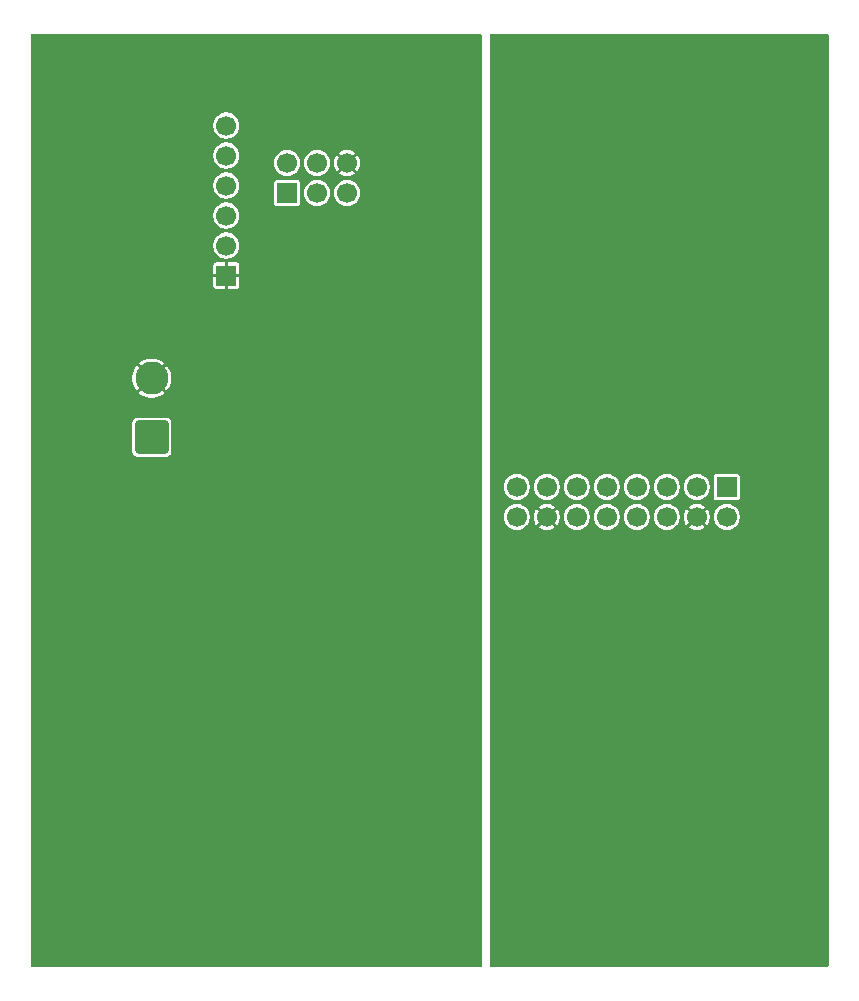
<source format=gbr>
%TF.GenerationSoftware,KiCad,Pcbnew,9.0.3-9.0.3-0~ubuntu24.04.1*%
%TF.CreationDate,2025-08-16T11:08:08-04:00*%
%TF.ProjectId,led-photodiode-avr,6c65642d-7068-46f7-946f-64696f64652d,rev?*%
%TF.SameCoordinates,Original*%
%TF.FileFunction,Copper,L2,Inr*%
%TF.FilePolarity,Positive*%
%FSLAX46Y46*%
G04 Gerber Fmt 4.6, Leading zero omitted, Abs format (unit mm)*
G04 Created by KiCad (PCBNEW 9.0.3-9.0.3-0~ubuntu24.04.1) date 2025-08-16 11:08:08*
%MOMM*%
%LPD*%
G01*
G04 APERTURE LIST*
G04 Aperture macros list*
%AMRoundRect*
0 Rectangle with rounded corners*
0 $1 Rounding radius*
0 $2 $3 $4 $5 $6 $7 $8 $9 X,Y pos of 4 corners*
0 Add a 4 corners polygon primitive as box body*
4,1,4,$2,$3,$4,$5,$6,$7,$8,$9,$2,$3,0*
0 Add four circle primitives for the rounded corners*
1,1,$1+$1,$2,$3*
1,1,$1+$1,$4,$5*
1,1,$1+$1,$6,$7*
1,1,$1+$1,$8,$9*
0 Add four rect primitives between the rounded corners*
20,1,$1+$1,$2,$3,$4,$5,0*
20,1,$1+$1,$4,$5,$6,$7,0*
20,1,$1+$1,$6,$7,$8,$9,0*
20,1,$1+$1,$8,$9,$2,$3,0*%
G04 Aperture macros list end*
%TA.AperFunction,ComponentPad*%
%ADD10R,1.700000X1.700000*%
%TD*%
%TA.AperFunction,ComponentPad*%
%ADD11C,1.700000*%
%TD*%
%TA.AperFunction,ComponentPad*%
%ADD12RoundRect,0.250001X1.149999X-1.149999X1.149999X1.149999X-1.149999X1.149999X-1.149999X-1.149999X0*%
%TD*%
%TA.AperFunction,ComponentPad*%
%ADD13C,2.800000*%
%TD*%
G04 APERTURE END LIST*
D10*
%TO.N,GND*%
%TO.C,J4*%
X133925000Y-78105000D03*
D11*
%TO.N,unconnected-(J4-Pin_2-Pad2)*%
X133925000Y-75565000D03*
%TO.N,Net-(J4-Pin_3)*%
X133925000Y-73025000D03*
%TO.N,/RXD*%
X133925000Y-70485000D03*
%TO.N,/TXD*%
X133925000Y-67945000D03*
%TO.N,unconnected-(J4-Pin_6-Pad6)*%
X133925000Y-65405000D03*
%TD*%
D12*
%TO.N,VBUS*%
%TO.C,J1*%
X127602500Y-91785000D03*
D13*
%TO.N,GND*%
X127602500Y-86785000D03*
%TD*%
D10*
%TO.N,/MISO*%
%TO.C,J3*%
X139065000Y-71125000D03*
D11*
%TO.N,VCC*%
X139065000Y-68585000D03*
%TO.N,/SCK*%
X141605000Y-71125000D03*
%TO.N,/MOSI*%
X141605000Y-68585000D03*
%TO.N,/~{RESET}*%
X144145000Y-71125000D03*
%TO.N,GND*%
X144145000Y-68585000D03*
%TD*%
D10*
%TO.N,/LED_driver/LED_1*%
%TO.C,J2*%
X176280000Y-96000000D03*
D11*
%TO.N,Net-(J2-Pin_2)*%
X176280000Y-98540000D03*
%TO.N,/LED_driver/LED_K*%
X173740000Y-96000000D03*
%TO.N,Earth*%
X173740000Y-98540000D03*
%TO.N,/LED_driver/LED_2*%
X171200000Y-96000000D03*
%TO.N,unconnected-(J2-Pin_6-Pad6)*%
X171200000Y-98540000D03*
%TO.N,/LED_driver/LED_K*%
X168660000Y-96000000D03*
%TO.N,unconnected-(J2-Pin_8-Pad8)*%
X168660000Y-98540000D03*
%TO.N,/LED_driver/LED_3*%
X166120000Y-96000000D03*
%TO.N,unconnected-(J2-Pin_10-Pad10)*%
X166120000Y-98540000D03*
%TO.N,/LED_driver/LED_K*%
X163580000Y-96000000D03*
%TO.N,unconnected-(J2-Pin_12-Pad12)*%
X163580000Y-98540000D03*
%TO.N,unconnected-(J2-Pin_13-Pad13)*%
X161040000Y-96000000D03*
%TO.N,Earth*%
X161040000Y-98540000D03*
%TO.N,unconnected-(J2-Pin_15-Pad15)*%
X158500000Y-96000000D03*
%TO.N,Net-(J2-Pin_16)*%
X158500000Y-98540000D03*
%TD*%
%TA.AperFunction,Conductor*%
%TO.N,GND*%
G36*
X155517121Y-57670502D02*
G01*
X155563614Y-57724158D01*
X155575000Y-57776500D01*
X155575000Y-136533500D01*
X155554998Y-136601621D01*
X155501342Y-136648114D01*
X155449000Y-136659500D01*
X117466500Y-136659500D01*
X117398379Y-136639498D01*
X117351886Y-136585842D01*
X117340500Y-136533500D01*
X117340500Y-90586733D01*
X125948000Y-90586733D01*
X125948000Y-92983266D01*
X125954458Y-93043335D01*
X125954459Y-93043340D01*
X125954460Y-93043341D01*
X126005158Y-93179267D01*
X126092096Y-93295404D01*
X126208233Y-93382342D01*
X126344159Y-93433040D01*
X126344162Y-93433040D01*
X126344164Y-93433041D01*
X126404233Y-93439499D01*
X126404241Y-93439499D01*
X126404246Y-93439500D01*
X126404250Y-93439500D01*
X128800750Y-93439500D01*
X128800754Y-93439500D01*
X128800759Y-93439499D01*
X128800766Y-93439499D01*
X128860835Y-93433041D01*
X128860836Y-93433040D01*
X128860841Y-93433040D01*
X128996767Y-93382342D01*
X129112904Y-93295404D01*
X129199842Y-93179267D01*
X129250540Y-93043341D01*
X129257000Y-92983254D01*
X129257000Y-90586746D01*
X129250540Y-90526659D01*
X129199842Y-90390733D01*
X129112904Y-90274596D01*
X128996767Y-90187658D01*
X128860841Y-90136960D01*
X128860840Y-90136959D01*
X128860835Y-90136958D01*
X128800766Y-90130500D01*
X128800754Y-90130500D01*
X126404246Y-90130500D01*
X126404233Y-90130500D01*
X126344164Y-90136958D01*
X126344159Y-90136960D01*
X126208233Y-90187658D01*
X126208232Y-90187658D01*
X126208231Y-90187659D01*
X126092096Y-90274596D01*
X126005159Y-90390731D01*
X125954458Y-90526664D01*
X125948000Y-90586733D01*
X117340500Y-90586733D01*
X117340500Y-86654830D01*
X125948500Y-86654830D01*
X125948500Y-86915169D01*
X125989227Y-87172314D01*
X126069678Y-87419913D01*
X126187875Y-87651888D01*
X126340901Y-87862510D01*
X126343142Y-87864751D01*
X126343144Y-87864751D01*
X127061936Y-87145958D01*
X127097612Y-87199351D01*
X127188149Y-87289888D01*
X127241540Y-87325562D01*
X126522748Y-88044355D01*
X126522748Y-88044357D01*
X126524989Y-88046598D01*
X126735611Y-88199624D01*
X126967586Y-88317821D01*
X127215185Y-88398272D01*
X127472330Y-88439000D01*
X127732670Y-88439000D01*
X127989814Y-88398272D01*
X128237413Y-88317821D01*
X128469388Y-88199624D01*
X128680008Y-88046599D01*
X128682251Y-88044356D01*
X128682250Y-88044354D01*
X127963458Y-87325562D01*
X128016851Y-87289888D01*
X128107388Y-87199351D01*
X128143062Y-87145958D01*
X128861854Y-87864750D01*
X128861856Y-87864751D01*
X128864099Y-87862508D01*
X129017124Y-87651888D01*
X129135321Y-87419913D01*
X129215772Y-87172314D01*
X129256500Y-86915169D01*
X129256500Y-86654830D01*
X129215772Y-86397685D01*
X129135321Y-86150086D01*
X129017124Y-85918111D01*
X128864098Y-85707489D01*
X128861857Y-85705248D01*
X128861855Y-85705248D01*
X128143062Y-86424040D01*
X128107388Y-86370649D01*
X128016851Y-86280112D01*
X127963458Y-86244436D01*
X128682251Y-85525644D01*
X128682251Y-85525642D01*
X128680010Y-85523401D01*
X128469388Y-85370375D01*
X128237413Y-85252178D01*
X127989814Y-85171727D01*
X127732670Y-85131000D01*
X127472330Y-85131000D01*
X127215185Y-85171727D01*
X126967586Y-85252178D01*
X126735611Y-85370375D01*
X126524994Y-85523398D01*
X126524989Y-85523403D01*
X126522747Y-85525643D01*
X127241541Y-86244436D01*
X127188149Y-86280112D01*
X127097612Y-86370649D01*
X127061937Y-86424041D01*
X126343143Y-85705247D01*
X126340903Y-85707489D01*
X126340898Y-85707494D01*
X126187875Y-85918111D01*
X126069678Y-86150086D01*
X125989227Y-86397685D01*
X125948500Y-86654830D01*
X117340500Y-86654830D01*
X117340500Y-77229977D01*
X132821000Y-77229977D01*
X132821000Y-77978000D01*
X133441392Y-77978000D01*
X133425000Y-78039174D01*
X133425000Y-78170826D01*
X133441392Y-78232000D01*
X132821001Y-78232000D01*
X132821001Y-78980022D01*
X132835737Y-79054105D01*
X132835737Y-79054107D01*
X132891875Y-79138124D01*
X132975893Y-79194262D01*
X132975894Y-79194263D01*
X133049980Y-79208999D01*
X133798000Y-79208999D01*
X133798000Y-78588608D01*
X133859174Y-78605000D01*
X133990826Y-78605000D01*
X134052000Y-78588608D01*
X134052000Y-79208999D01*
X134800014Y-79208999D01*
X134800022Y-79208998D01*
X134874105Y-79194262D01*
X134874107Y-79194262D01*
X134958124Y-79138124D01*
X135014262Y-79054106D01*
X135014263Y-79054105D01*
X135028999Y-78980022D01*
X135029000Y-78980015D01*
X135029000Y-78232000D01*
X134408608Y-78232000D01*
X134425000Y-78170826D01*
X134425000Y-78039174D01*
X134408608Y-77978000D01*
X135028999Y-77978000D01*
X135028999Y-77229986D01*
X135028998Y-77229977D01*
X135014262Y-77155894D01*
X135014262Y-77155892D01*
X134958124Y-77071875D01*
X134874106Y-77015737D01*
X134874105Y-77015736D01*
X134800022Y-77001000D01*
X134052000Y-77001000D01*
X134052000Y-77621391D01*
X133990826Y-77605000D01*
X133859174Y-77605000D01*
X133798000Y-77621391D01*
X133798000Y-77001000D01*
X133049986Y-77001000D01*
X133049976Y-77001001D01*
X132975894Y-77015737D01*
X132975892Y-77015737D01*
X132891875Y-77071875D01*
X132835737Y-77155893D01*
X132835736Y-77155894D01*
X132821000Y-77229977D01*
X117340500Y-77229977D01*
X117340500Y-75478074D01*
X132820500Y-75478074D01*
X132820500Y-75651926D01*
X132847697Y-75823638D01*
X132901420Y-75988981D01*
X132901421Y-75988982D01*
X132980349Y-76143887D01*
X133082536Y-76284535D01*
X133205464Y-76407463D01*
X133205467Y-76407465D01*
X133346116Y-76509653D01*
X133501019Y-76588580D01*
X133666362Y-76642303D01*
X133838074Y-76669500D01*
X133838077Y-76669500D01*
X134011923Y-76669500D01*
X134011926Y-76669500D01*
X134183638Y-76642303D01*
X134348981Y-76588580D01*
X134503884Y-76509653D01*
X134644533Y-76407465D01*
X134767465Y-76284533D01*
X134869653Y-76143884D01*
X134948580Y-75988981D01*
X135002303Y-75823638D01*
X135029500Y-75651926D01*
X135029500Y-75478074D01*
X135002303Y-75306362D01*
X134948580Y-75141019D01*
X134869653Y-74986116D01*
X134767465Y-74845467D01*
X134767463Y-74845464D01*
X134644535Y-74722536D01*
X134503887Y-74620349D01*
X134503886Y-74620348D01*
X134503884Y-74620347D01*
X134348981Y-74541420D01*
X134348978Y-74541419D01*
X134348976Y-74541418D01*
X134183642Y-74487698D01*
X134183640Y-74487697D01*
X134183638Y-74487697D01*
X134011926Y-74460500D01*
X133838074Y-74460500D01*
X133666362Y-74487697D01*
X133666360Y-74487697D01*
X133666357Y-74487698D01*
X133501023Y-74541418D01*
X133501017Y-74541421D01*
X133346112Y-74620349D01*
X133205464Y-74722536D01*
X133082536Y-74845464D01*
X132980349Y-74986112D01*
X132901421Y-75141017D01*
X132901418Y-75141023D01*
X132847698Y-75306357D01*
X132847697Y-75306360D01*
X132847697Y-75306362D01*
X132820500Y-75478074D01*
X117340500Y-75478074D01*
X117340500Y-72938074D01*
X132820500Y-72938074D01*
X132820500Y-73111926D01*
X132847697Y-73283638D01*
X132901420Y-73448981D01*
X132901421Y-73448982D01*
X132980349Y-73603887D01*
X133082536Y-73744535D01*
X133205464Y-73867463D01*
X133205467Y-73867465D01*
X133346116Y-73969653D01*
X133501019Y-74048580D01*
X133666362Y-74102303D01*
X133838074Y-74129500D01*
X133838077Y-74129500D01*
X134011923Y-74129500D01*
X134011926Y-74129500D01*
X134183638Y-74102303D01*
X134348981Y-74048580D01*
X134503884Y-73969653D01*
X134644533Y-73867465D01*
X134767465Y-73744533D01*
X134869653Y-73603884D01*
X134948580Y-73448981D01*
X135002303Y-73283638D01*
X135029500Y-73111926D01*
X135029500Y-72938074D01*
X135002303Y-72766362D01*
X134948580Y-72601019D01*
X134869653Y-72446116D01*
X134767465Y-72305467D01*
X134767463Y-72305464D01*
X134644535Y-72182536D01*
X134503887Y-72080349D01*
X134503886Y-72080348D01*
X134503884Y-72080347D01*
X134348981Y-72001420D01*
X134348978Y-72001419D01*
X134348976Y-72001418D01*
X134183642Y-71947698D01*
X134183640Y-71947697D01*
X134183638Y-71947697D01*
X134011926Y-71920500D01*
X133838074Y-71920500D01*
X133666362Y-71947697D01*
X133666360Y-71947697D01*
X133666357Y-71947698D01*
X133501023Y-72001418D01*
X133501017Y-72001421D01*
X133346112Y-72080349D01*
X133205464Y-72182536D01*
X133082536Y-72305464D01*
X132980349Y-72446112D01*
X132901421Y-72601017D01*
X132901418Y-72601023D01*
X132847698Y-72766357D01*
X132847697Y-72766360D01*
X132847697Y-72766362D01*
X132820500Y-72938074D01*
X117340500Y-72938074D01*
X117340500Y-70398074D01*
X132820500Y-70398074D01*
X132820500Y-70571926D01*
X132847697Y-70743638D01*
X132847698Y-70743642D01*
X132887570Y-70866357D01*
X132901420Y-70908981D01*
X132967198Y-71038077D01*
X132980349Y-71063887D01*
X133082536Y-71204535D01*
X133205464Y-71327463D01*
X133205467Y-71327465D01*
X133346116Y-71429653D01*
X133501019Y-71508580D01*
X133666362Y-71562303D01*
X133838074Y-71589500D01*
X133838077Y-71589500D01*
X134011923Y-71589500D01*
X134011926Y-71589500D01*
X134183638Y-71562303D01*
X134348981Y-71508580D01*
X134503884Y-71429653D01*
X134644533Y-71327465D01*
X134767465Y-71204533D01*
X134869653Y-71063884D01*
X134948580Y-70908981D01*
X135002303Y-70743638D01*
X135029500Y-70571926D01*
X135029500Y-70398074D01*
X135006036Y-70249930D01*
X137960500Y-70249930D01*
X137960500Y-72000063D01*
X137960501Y-72000073D01*
X137975265Y-72074300D01*
X138031516Y-72158484D01*
X138115697Y-72214733D01*
X138115699Y-72214734D01*
X138189933Y-72229500D01*
X139940066Y-72229499D01*
X139940069Y-72229498D01*
X139940073Y-72229498D01*
X139989326Y-72219701D01*
X140014301Y-72214734D01*
X140098484Y-72158484D01*
X140154734Y-72074301D01*
X140169500Y-72000067D01*
X140169499Y-71038074D01*
X140500500Y-71038074D01*
X140500500Y-71211926D01*
X140527697Y-71383638D01*
X140581420Y-71548981D01*
X140660347Y-71703884D01*
X140660349Y-71703887D01*
X140762536Y-71844535D01*
X140885464Y-71967463D01*
X140930342Y-72000069D01*
X141026116Y-72069653D01*
X141181019Y-72148580D01*
X141346362Y-72202303D01*
X141518074Y-72229500D01*
X141518077Y-72229500D01*
X141691923Y-72229500D01*
X141691926Y-72229500D01*
X141863638Y-72202303D01*
X142028981Y-72148580D01*
X142183884Y-72069653D01*
X142324533Y-71967465D01*
X142447465Y-71844533D01*
X142549653Y-71703884D01*
X142628580Y-71548981D01*
X142682303Y-71383638D01*
X142709500Y-71211926D01*
X142709500Y-71038074D01*
X143040500Y-71038074D01*
X143040500Y-71211926D01*
X143067697Y-71383638D01*
X143121420Y-71548981D01*
X143200347Y-71703884D01*
X143200349Y-71703887D01*
X143302536Y-71844535D01*
X143425464Y-71967463D01*
X143470342Y-72000069D01*
X143566116Y-72069653D01*
X143721019Y-72148580D01*
X143886362Y-72202303D01*
X144058074Y-72229500D01*
X144058077Y-72229500D01*
X144231923Y-72229500D01*
X144231926Y-72229500D01*
X144403638Y-72202303D01*
X144568981Y-72148580D01*
X144723884Y-72069653D01*
X144864533Y-71967465D01*
X144987465Y-71844533D01*
X145089653Y-71703884D01*
X145168580Y-71548981D01*
X145222303Y-71383638D01*
X145249500Y-71211926D01*
X145249500Y-71038074D01*
X145222303Y-70866362D01*
X145168580Y-70701019D01*
X145089653Y-70546116D01*
X144987465Y-70405467D01*
X144987463Y-70405464D01*
X144864535Y-70282536D01*
X144723887Y-70180349D01*
X144723886Y-70180348D01*
X144723884Y-70180347D01*
X144568981Y-70101420D01*
X144568978Y-70101419D01*
X144568976Y-70101418D01*
X144403642Y-70047698D01*
X144403640Y-70047697D01*
X144403638Y-70047697D01*
X144231926Y-70020500D01*
X144058074Y-70020500D01*
X143886362Y-70047697D01*
X143886360Y-70047697D01*
X143886357Y-70047698D01*
X143721023Y-70101418D01*
X143721017Y-70101421D01*
X143566112Y-70180349D01*
X143425464Y-70282536D01*
X143302536Y-70405464D01*
X143200349Y-70546112D01*
X143121421Y-70701017D01*
X143121418Y-70701023D01*
X143067698Y-70866357D01*
X143067697Y-70866360D01*
X143067697Y-70866362D01*
X143040500Y-71038074D01*
X142709500Y-71038074D01*
X142682303Y-70866362D01*
X142628580Y-70701019D01*
X142549653Y-70546116D01*
X142447465Y-70405467D01*
X142447463Y-70405464D01*
X142324535Y-70282536D01*
X142183887Y-70180349D01*
X142183886Y-70180348D01*
X142183884Y-70180347D01*
X142028981Y-70101420D01*
X142028978Y-70101419D01*
X142028976Y-70101418D01*
X141863642Y-70047698D01*
X141863640Y-70047697D01*
X141863638Y-70047697D01*
X141691926Y-70020500D01*
X141518074Y-70020500D01*
X141346362Y-70047697D01*
X141346360Y-70047697D01*
X141346357Y-70047698D01*
X141181023Y-70101418D01*
X141181017Y-70101421D01*
X141026112Y-70180349D01*
X140885464Y-70282536D01*
X140762536Y-70405464D01*
X140660349Y-70546112D01*
X140581421Y-70701017D01*
X140581418Y-70701023D01*
X140527698Y-70866357D01*
X140527697Y-70866360D01*
X140527697Y-70866362D01*
X140500500Y-71038074D01*
X140169499Y-71038074D01*
X140169499Y-70249934D01*
X140169498Y-70249930D01*
X140169498Y-70249926D01*
X140154734Y-70175699D01*
X140105102Y-70101421D01*
X140098484Y-70091516D01*
X140032907Y-70047698D01*
X140014302Y-70035266D01*
X139940067Y-70020500D01*
X138189936Y-70020500D01*
X138189926Y-70020501D01*
X138115699Y-70035265D01*
X138031515Y-70091516D01*
X137975266Y-70175697D01*
X137960500Y-70249930D01*
X135006036Y-70249930D01*
X135002303Y-70226362D01*
X135002301Y-70226357D01*
X134948581Y-70061023D01*
X134948580Y-70061019D01*
X134869653Y-69906116D01*
X134767465Y-69765467D01*
X134767463Y-69765464D01*
X134644535Y-69642536D01*
X134503887Y-69540349D01*
X134503886Y-69540348D01*
X134503884Y-69540347D01*
X134348981Y-69461420D01*
X134348978Y-69461419D01*
X134348976Y-69461418D01*
X134183642Y-69407698D01*
X134183640Y-69407697D01*
X134183638Y-69407697D01*
X134011926Y-69380500D01*
X133838074Y-69380500D01*
X133666362Y-69407697D01*
X133666360Y-69407697D01*
X133666357Y-69407698D01*
X133501023Y-69461418D01*
X133501017Y-69461421D01*
X133346112Y-69540349D01*
X133205464Y-69642536D01*
X133082536Y-69765464D01*
X132980349Y-69906112D01*
X132901421Y-70061017D01*
X132901418Y-70061023D01*
X132847698Y-70226357D01*
X132847698Y-70226358D01*
X132847697Y-70226362D01*
X132820500Y-70398074D01*
X117340500Y-70398074D01*
X117340500Y-67858074D01*
X132820500Y-67858074D01*
X132820500Y-68031926D01*
X132847697Y-68203638D01*
X132847698Y-68203642D01*
X132887570Y-68326357D01*
X132901420Y-68368981D01*
X132980347Y-68523884D01*
X132980349Y-68523887D01*
X133082536Y-68664535D01*
X133205464Y-68787463D01*
X133205467Y-68787465D01*
X133346116Y-68889653D01*
X133501019Y-68968580D01*
X133666362Y-69022303D01*
X133838074Y-69049500D01*
X133838077Y-69049500D01*
X134011923Y-69049500D01*
X134011926Y-69049500D01*
X134183638Y-69022303D01*
X134348981Y-68968580D01*
X134503884Y-68889653D01*
X134644533Y-68787465D01*
X134767465Y-68664533D01*
X134869653Y-68523884D01*
X134882804Y-68498074D01*
X137960500Y-68498074D01*
X137960500Y-68671926D01*
X137987697Y-68843638D01*
X138041420Y-69008981D01*
X138120347Y-69163884D01*
X138120349Y-69163887D01*
X138222536Y-69304535D01*
X138345464Y-69427463D01*
X138345467Y-69427465D01*
X138486116Y-69529653D01*
X138641019Y-69608580D01*
X138806362Y-69662303D01*
X138978074Y-69689500D01*
X138978077Y-69689500D01*
X139151923Y-69689500D01*
X139151926Y-69689500D01*
X139323638Y-69662303D01*
X139488981Y-69608580D01*
X139643884Y-69529653D01*
X139784533Y-69427465D01*
X139907465Y-69304533D01*
X140009653Y-69163884D01*
X140088580Y-69008981D01*
X140142303Y-68843638D01*
X140169500Y-68671926D01*
X140169500Y-68498074D01*
X140500500Y-68498074D01*
X140500500Y-68671926D01*
X140527697Y-68843638D01*
X140581420Y-69008981D01*
X140660347Y-69163884D01*
X140660349Y-69163887D01*
X140762536Y-69304535D01*
X140885464Y-69427463D01*
X140885467Y-69427465D01*
X141026116Y-69529653D01*
X141181019Y-69608580D01*
X141346362Y-69662303D01*
X141518074Y-69689500D01*
X141518077Y-69689500D01*
X141691923Y-69689500D01*
X141691926Y-69689500D01*
X141863638Y-69662303D01*
X142028981Y-69608580D01*
X142183884Y-69529653D01*
X142324533Y-69427465D01*
X142371498Y-69380500D01*
X142438160Y-69313839D01*
X142447460Y-69304538D01*
X142447463Y-69304535D01*
X142447465Y-69304533D01*
X142549653Y-69163884D01*
X142628580Y-69008981D01*
X142682303Y-68843638D01*
X142709500Y-68671926D01*
X142709500Y-68498116D01*
X143041000Y-68498116D01*
X143041000Y-68671883D01*
X143068185Y-68843524D01*
X143121883Y-69008788D01*
X143121884Y-69008790D01*
X143200776Y-69163625D01*
X143279042Y-69271349D01*
X143279043Y-69271349D01*
X143713234Y-68837158D01*
X143744901Y-68892007D01*
X143837993Y-68985099D01*
X143892840Y-69016765D01*
X143458649Y-69450955D01*
X143458649Y-69450956D01*
X143566374Y-69529223D01*
X143721209Y-69608115D01*
X143721211Y-69608116D01*
X143886475Y-69661814D01*
X144058116Y-69689000D01*
X144231884Y-69689000D01*
X144403524Y-69661814D01*
X144568788Y-69608116D01*
X144568790Y-69608115D01*
X144723621Y-69529225D01*
X144831349Y-69450955D01*
X144831349Y-69450954D01*
X144397159Y-69016764D01*
X144452007Y-68985099D01*
X144545099Y-68892007D01*
X144576764Y-68837159D01*
X145010954Y-69271349D01*
X145010955Y-69271349D01*
X145089225Y-69163621D01*
X145168115Y-69008790D01*
X145168116Y-69008788D01*
X145221814Y-68843524D01*
X145249000Y-68671883D01*
X145249000Y-68498116D01*
X145221814Y-68326475D01*
X145168116Y-68161211D01*
X145168115Y-68161209D01*
X145089223Y-68006374D01*
X145010955Y-67898649D01*
X144576764Y-68332839D01*
X144545099Y-68277993D01*
X144452007Y-68184901D01*
X144397158Y-68153234D01*
X144831349Y-67719043D01*
X144831349Y-67719042D01*
X144723625Y-67640776D01*
X144568790Y-67561884D01*
X144568788Y-67561883D01*
X144403524Y-67508185D01*
X144231884Y-67481000D01*
X144058116Y-67481000D01*
X143886475Y-67508185D01*
X143721211Y-67561883D01*
X143721209Y-67561884D01*
X143566379Y-67640773D01*
X143566379Y-67640774D01*
X143458649Y-67719042D01*
X143458649Y-67719044D01*
X143892840Y-68153235D01*
X143837993Y-68184901D01*
X143744901Y-68277993D01*
X143713235Y-68332840D01*
X143279044Y-67898649D01*
X143279042Y-67898649D01*
X143200774Y-68006379D01*
X143200773Y-68006379D01*
X143121884Y-68161209D01*
X143121883Y-68161211D01*
X143068185Y-68326475D01*
X143041000Y-68498116D01*
X142709500Y-68498116D01*
X142709500Y-68498074D01*
X142682303Y-68326362D01*
X142628580Y-68161019D01*
X142549653Y-68006116D01*
X142447465Y-67865467D01*
X142447463Y-67865464D01*
X142324535Y-67742536D01*
X142183887Y-67640349D01*
X142183886Y-67640348D01*
X142183884Y-67640347D01*
X142028981Y-67561420D01*
X142028978Y-67561419D01*
X142028976Y-67561418D01*
X141863642Y-67507698D01*
X141863640Y-67507697D01*
X141863638Y-67507697D01*
X141691926Y-67480500D01*
X141518074Y-67480500D01*
X141346362Y-67507697D01*
X141346360Y-67507697D01*
X141346357Y-67507698D01*
X141181023Y-67561418D01*
X141181017Y-67561421D01*
X141026112Y-67640349D01*
X140885464Y-67742536D01*
X140762536Y-67865464D01*
X140660349Y-68006112D01*
X140581421Y-68161017D01*
X140581418Y-68161023D01*
X140527698Y-68326357D01*
X140527697Y-68326360D01*
X140527697Y-68326362D01*
X140500500Y-68498074D01*
X140169500Y-68498074D01*
X140142303Y-68326362D01*
X140088580Y-68161019D01*
X140009653Y-68006116D01*
X139907465Y-67865467D01*
X139907463Y-67865464D01*
X139784535Y-67742536D01*
X139643887Y-67640349D01*
X139643886Y-67640348D01*
X139643884Y-67640347D01*
X139488981Y-67561420D01*
X139488978Y-67561419D01*
X139488976Y-67561418D01*
X139323642Y-67507698D01*
X139323640Y-67507697D01*
X139323638Y-67507697D01*
X139151926Y-67480500D01*
X138978074Y-67480500D01*
X138806362Y-67507697D01*
X138806360Y-67507697D01*
X138806357Y-67507698D01*
X138641023Y-67561418D01*
X138641017Y-67561421D01*
X138486112Y-67640349D01*
X138345464Y-67742536D01*
X138222536Y-67865464D01*
X138120349Y-68006112D01*
X138041421Y-68161017D01*
X138041418Y-68161023D01*
X137987698Y-68326357D01*
X137987697Y-68326360D01*
X137987697Y-68326362D01*
X137960500Y-68498074D01*
X134882804Y-68498074D01*
X134948580Y-68368981D01*
X135002303Y-68203638D01*
X135029500Y-68031926D01*
X135029500Y-67858074D01*
X135002303Y-67686362D01*
X134948580Y-67521019D01*
X134869653Y-67366116D01*
X134767465Y-67225467D01*
X134767463Y-67225464D01*
X134644535Y-67102536D01*
X134503887Y-67000349D01*
X134503886Y-67000348D01*
X134503884Y-67000347D01*
X134348981Y-66921420D01*
X134348978Y-66921419D01*
X134348976Y-66921418D01*
X134183642Y-66867698D01*
X134183640Y-66867697D01*
X134183638Y-66867697D01*
X134011926Y-66840500D01*
X133838074Y-66840500D01*
X133666362Y-66867697D01*
X133666360Y-66867697D01*
X133666357Y-66867698D01*
X133501023Y-66921418D01*
X133501017Y-66921421D01*
X133346112Y-67000349D01*
X133205464Y-67102536D01*
X133082536Y-67225464D01*
X132980349Y-67366112D01*
X132901421Y-67521017D01*
X132901418Y-67521023D01*
X132847698Y-67686357D01*
X132847697Y-67686360D01*
X132847697Y-67686362D01*
X132820500Y-67858074D01*
X117340500Y-67858074D01*
X117340500Y-65318074D01*
X132820500Y-65318074D01*
X132820500Y-65491926D01*
X132847697Y-65663638D01*
X132901420Y-65828981D01*
X132901421Y-65828982D01*
X132980349Y-65983887D01*
X133082536Y-66124535D01*
X133205464Y-66247463D01*
X133205467Y-66247465D01*
X133346116Y-66349653D01*
X133501019Y-66428580D01*
X133666362Y-66482303D01*
X133838074Y-66509500D01*
X133838077Y-66509500D01*
X134011923Y-66509500D01*
X134011926Y-66509500D01*
X134183638Y-66482303D01*
X134348981Y-66428580D01*
X134503884Y-66349653D01*
X134644533Y-66247465D01*
X134767465Y-66124533D01*
X134869653Y-65983884D01*
X134948580Y-65828981D01*
X135002303Y-65663638D01*
X135029500Y-65491926D01*
X135029500Y-65318074D01*
X135002303Y-65146362D01*
X134948580Y-64981019D01*
X134869653Y-64826116D01*
X134767465Y-64685467D01*
X134767463Y-64685464D01*
X134644535Y-64562536D01*
X134503887Y-64460349D01*
X134503886Y-64460348D01*
X134503884Y-64460347D01*
X134348981Y-64381420D01*
X134348978Y-64381419D01*
X134348976Y-64381418D01*
X134183642Y-64327698D01*
X134183640Y-64327697D01*
X134183638Y-64327697D01*
X134011926Y-64300500D01*
X133838074Y-64300500D01*
X133666362Y-64327697D01*
X133666360Y-64327697D01*
X133666357Y-64327698D01*
X133501023Y-64381418D01*
X133501017Y-64381421D01*
X133346112Y-64460349D01*
X133205464Y-64562536D01*
X133082536Y-64685464D01*
X132980349Y-64826112D01*
X132901421Y-64981017D01*
X132901418Y-64981023D01*
X132847698Y-65146357D01*
X132847697Y-65146360D01*
X132847697Y-65146362D01*
X132820500Y-65318074D01*
X117340500Y-65318074D01*
X117340500Y-57776500D01*
X117360502Y-57708379D01*
X117414158Y-57661886D01*
X117466500Y-57650500D01*
X155449000Y-57650500D01*
X155517121Y-57670502D01*
G37*
%TD.AperFunction*%
%TD*%
%TA.AperFunction,Conductor*%
%TO.N,Earth*%
G36*
X184861621Y-57670502D02*
G01*
X184908114Y-57724158D01*
X184919500Y-57776500D01*
X184919500Y-136533500D01*
X184899498Y-136601621D01*
X184845842Y-136648114D01*
X184793500Y-136659500D01*
X156336000Y-136659500D01*
X156267879Y-136639498D01*
X156221386Y-136585842D01*
X156210000Y-136533500D01*
X156210000Y-98453074D01*
X157395500Y-98453074D01*
X157395500Y-98626926D01*
X157422697Y-98798638D01*
X157476420Y-98963981D01*
X157555347Y-99118884D01*
X157555349Y-99118887D01*
X157657536Y-99259535D01*
X157780464Y-99382463D01*
X157780467Y-99382465D01*
X157921116Y-99484653D01*
X158076019Y-99563580D01*
X158241362Y-99617303D01*
X158413074Y-99644500D01*
X158413077Y-99644500D01*
X158586923Y-99644500D01*
X158586926Y-99644500D01*
X158758638Y-99617303D01*
X158923981Y-99563580D01*
X159078884Y-99484653D01*
X159219533Y-99382465D01*
X159219538Y-99382460D01*
X159333160Y-99268839D01*
X159342460Y-99259538D01*
X159342463Y-99259535D01*
X159342465Y-99259533D01*
X159444653Y-99118884D01*
X159523580Y-98963981D01*
X159577303Y-98798638D01*
X159604500Y-98626926D01*
X159604500Y-98453116D01*
X159936000Y-98453116D01*
X159936000Y-98626883D01*
X159963185Y-98798524D01*
X160016883Y-98963788D01*
X160016884Y-98963790D01*
X160095776Y-99118625D01*
X160174042Y-99226349D01*
X160174043Y-99226349D01*
X160608234Y-98792158D01*
X160639901Y-98847007D01*
X160732993Y-98940099D01*
X160787840Y-98971765D01*
X160353649Y-99405955D01*
X160353649Y-99405956D01*
X160461374Y-99484223D01*
X160616209Y-99563115D01*
X160616211Y-99563116D01*
X160781475Y-99616814D01*
X160953116Y-99644000D01*
X161126884Y-99644000D01*
X161298524Y-99616814D01*
X161463788Y-99563116D01*
X161463790Y-99563115D01*
X161618621Y-99484225D01*
X161726349Y-99405955D01*
X161726349Y-99405954D01*
X161292159Y-98971764D01*
X161347007Y-98940099D01*
X161440099Y-98847007D01*
X161471764Y-98792159D01*
X161905954Y-99226349D01*
X161905955Y-99226349D01*
X161984225Y-99118621D01*
X162063115Y-98963790D01*
X162063116Y-98963788D01*
X162116814Y-98798524D01*
X162144000Y-98626883D01*
X162144000Y-98453116D01*
X162143993Y-98453074D01*
X162475500Y-98453074D01*
X162475500Y-98626926D01*
X162502697Y-98798638D01*
X162556420Y-98963981D01*
X162635347Y-99118884D01*
X162635349Y-99118887D01*
X162737536Y-99259535D01*
X162860464Y-99382463D01*
X162860467Y-99382465D01*
X163001116Y-99484653D01*
X163156019Y-99563580D01*
X163321362Y-99617303D01*
X163493074Y-99644500D01*
X163493077Y-99644500D01*
X163666923Y-99644500D01*
X163666926Y-99644500D01*
X163838638Y-99617303D01*
X164003981Y-99563580D01*
X164158884Y-99484653D01*
X164299533Y-99382465D01*
X164422465Y-99259533D01*
X164524653Y-99118884D01*
X164603580Y-98963981D01*
X164657303Y-98798638D01*
X164684500Y-98626926D01*
X164684500Y-98453074D01*
X165015500Y-98453074D01*
X165015500Y-98626926D01*
X165042697Y-98798638D01*
X165096420Y-98963981D01*
X165175347Y-99118884D01*
X165175349Y-99118887D01*
X165277536Y-99259535D01*
X165400464Y-99382463D01*
X165400467Y-99382465D01*
X165541116Y-99484653D01*
X165696019Y-99563580D01*
X165861362Y-99617303D01*
X166033074Y-99644500D01*
X166033077Y-99644500D01*
X166206923Y-99644500D01*
X166206926Y-99644500D01*
X166378638Y-99617303D01*
X166543981Y-99563580D01*
X166698884Y-99484653D01*
X166839533Y-99382465D01*
X166962465Y-99259533D01*
X167064653Y-99118884D01*
X167143580Y-98963981D01*
X167197303Y-98798638D01*
X167224500Y-98626926D01*
X167224500Y-98453074D01*
X167555500Y-98453074D01*
X167555500Y-98626926D01*
X167582697Y-98798638D01*
X167636420Y-98963981D01*
X167715347Y-99118884D01*
X167715349Y-99118887D01*
X167817536Y-99259535D01*
X167940464Y-99382463D01*
X167940467Y-99382465D01*
X168081116Y-99484653D01*
X168236019Y-99563580D01*
X168401362Y-99617303D01*
X168573074Y-99644500D01*
X168573077Y-99644500D01*
X168746923Y-99644500D01*
X168746926Y-99644500D01*
X168918638Y-99617303D01*
X169083981Y-99563580D01*
X169238884Y-99484653D01*
X169379533Y-99382465D01*
X169502465Y-99259533D01*
X169604653Y-99118884D01*
X169683580Y-98963981D01*
X169737303Y-98798638D01*
X169764500Y-98626926D01*
X169764500Y-98453074D01*
X170095500Y-98453074D01*
X170095500Y-98626926D01*
X170122697Y-98798638D01*
X170176420Y-98963981D01*
X170255347Y-99118884D01*
X170255349Y-99118887D01*
X170357536Y-99259535D01*
X170480464Y-99382463D01*
X170480467Y-99382465D01*
X170621116Y-99484653D01*
X170776019Y-99563580D01*
X170941362Y-99617303D01*
X171113074Y-99644500D01*
X171113077Y-99644500D01*
X171286923Y-99644500D01*
X171286926Y-99644500D01*
X171458638Y-99617303D01*
X171623981Y-99563580D01*
X171778884Y-99484653D01*
X171919533Y-99382465D01*
X171919538Y-99382460D01*
X172033160Y-99268839D01*
X172042460Y-99259538D01*
X172042463Y-99259535D01*
X172042465Y-99259533D01*
X172144653Y-99118884D01*
X172223580Y-98963981D01*
X172277303Y-98798638D01*
X172304500Y-98626926D01*
X172304500Y-98453116D01*
X172636000Y-98453116D01*
X172636000Y-98626883D01*
X172663185Y-98798524D01*
X172716883Y-98963788D01*
X172716884Y-98963790D01*
X172795776Y-99118625D01*
X172874042Y-99226349D01*
X172874043Y-99226349D01*
X173308234Y-98792158D01*
X173339901Y-98847007D01*
X173432993Y-98940099D01*
X173487840Y-98971765D01*
X173053649Y-99405955D01*
X173053649Y-99405956D01*
X173161374Y-99484223D01*
X173316209Y-99563115D01*
X173316211Y-99563116D01*
X173481475Y-99616814D01*
X173653116Y-99644000D01*
X173826884Y-99644000D01*
X173998524Y-99616814D01*
X174163788Y-99563116D01*
X174163790Y-99563115D01*
X174318621Y-99484225D01*
X174426349Y-99405955D01*
X174426349Y-99405954D01*
X173992159Y-98971764D01*
X174047007Y-98940099D01*
X174140099Y-98847007D01*
X174171764Y-98792159D01*
X174605954Y-99226349D01*
X174605955Y-99226349D01*
X174684225Y-99118621D01*
X174763115Y-98963790D01*
X174763116Y-98963788D01*
X174816814Y-98798524D01*
X174844000Y-98626883D01*
X174844000Y-98453116D01*
X174843993Y-98453074D01*
X175175500Y-98453074D01*
X175175500Y-98626926D01*
X175202697Y-98798638D01*
X175256420Y-98963981D01*
X175335347Y-99118884D01*
X175335349Y-99118887D01*
X175437536Y-99259535D01*
X175560464Y-99382463D01*
X175560467Y-99382465D01*
X175701116Y-99484653D01*
X175856019Y-99563580D01*
X176021362Y-99617303D01*
X176193074Y-99644500D01*
X176193077Y-99644500D01*
X176366923Y-99644500D01*
X176366926Y-99644500D01*
X176538638Y-99617303D01*
X176703981Y-99563580D01*
X176858884Y-99484653D01*
X176999533Y-99382465D01*
X177122465Y-99259533D01*
X177224653Y-99118884D01*
X177303580Y-98963981D01*
X177357303Y-98798638D01*
X177384500Y-98626926D01*
X177384500Y-98453074D01*
X177357303Y-98281362D01*
X177303580Y-98116019D01*
X177224653Y-97961116D01*
X177122465Y-97820467D01*
X177122463Y-97820464D01*
X176999535Y-97697536D01*
X176858887Y-97595349D01*
X176858886Y-97595348D01*
X176858884Y-97595347D01*
X176703981Y-97516420D01*
X176703978Y-97516419D01*
X176703976Y-97516418D01*
X176538642Y-97462698D01*
X176538640Y-97462697D01*
X176538638Y-97462697D01*
X176366926Y-97435500D01*
X176193074Y-97435500D01*
X176021362Y-97462697D01*
X176021360Y-97462697D01*
X176021357Y-97462698D01*
X175856023Y-97516418D01*
X175856017Y-97516421D01*
X175701112Y-97595349D01*
X175560464Y-97697536D01*
X175437536Y-97820464D01*
X175335349Y-97961112D01*
X175256421Y-98116017D01*
X175256418Y-98116023D01*
X175202698Y-98281357D01*
X175202697Y-98281360D01*
X175202697Y-98281362D01*
X175175500Y-98453074D01*
X174843993Y-98453074D01*
X174816814Y-98281475D01*
X174763116Y-98116211D01*
X174763115Y-98116209D01*
X174684223Y-97961374D01*
X174605955Y-97853649D01*
X174171764Y-98287839D01*
X174140099Y-98232993D01*
X174047007Y-98139901D01*
X173992158Y-98108234D01*
X174426349Y-97674043D01*
X174426349Y-97674042D01*
X174318625Y-97595776D01*
X174163790Y-97516884D01*
X174163788Y-97516883D01*
X173998524Y-97463185D01*
X173826884Y-97436000D01*
X173653116Y-97436000D01*
X173481475Y-97463185D01*
X173316211Y-97516883D01*
X173316209Y-97516884D01*
X173161379Y-97595773D01*
X173161379Y-97595774D01*
X173053649Y-97674042D01*
X173053649Y-97674044D01*
X173487840Y-98108235D01*
X173432993Y-98139901D01*
X173339901Y-98232993D01*
X173308235Y-98287840D01*
X172874044Y-97853649D01*
X172874042Y-97853649D01*
X172795774Y-97961379D01*
X172795773Y-97961379D01*
X172716884Y-98116209D01*
X172716883Y-98116211D01*
X172663185Y-98281475D01*
X172636000Y-98453116D01*
X172304500Y-98453116D01*
X172304500Y-98453074D01*
X172277303Y-98281362D01*
X172223580Y-98116019D01*
X172144653Y-97961116D01*
X172042465Y-97820467D01*
X172042463Y-97820464D01*
X171919535Y-97697536D01*
X171778887Y-97595349D01*
X171778886Y-97595348D01*
X171778884Y-97595347D01*
X171623981Y-97516420D01*
X171623978Y-97516419D01*
X171623976Y-97516418D01*
X171458642Y-97462698D01*
X171458640Y-97462697D01*
X171458638Y-97462697D01*
X171286926Y-97435500D01*
X171113074Y-97435500D01*
X170941362Y-97462697D01*
X170941360Y-97462697D01*
X170941357Y-97462698D01*
X170776023Y-97516418D01*
X170776017Y-97516421D01*
X170621112Y-97595349D01*
X170480464Y-97697536D01*
X170357536Y-97820464D01*
X170255349Y-97961112D01*
X170176421Y-98116017D01*
X170176418Y-98116023D01*
X170122698Y-98281357D01*
X170122697Y-98281360D01*
X170122697Y-98281362D01*
X170095500Y-98453074D01*
X169764500Y-98453074D01*
X169737303Y-98281362D01*
X169683580Y-98116019D01*
X169604653Y-97961116D01*
X169502465Y-97820467D01*
X169502463Y-97820464D01*
X169379535Y-97697536D01*
X169238887Y-97595349D01*
X169238886Y-97595348D01*
X169238884Y-97595347D01*
X169083981Y-97516420D01*
X169083978Y-97516419D01*
X169083976Y-97516418D01*
X168918642Y-97462698D01*
X168918640Y-97462697D01*
X168918638Y-97462697D01*
X168746926Y-97435500D01*
X168573074Y-97435500D01*
X168401362Y-97462697D01*
X168401360Y-97462697D01*
X168401357Y-97462698D01*
X168236023Y-97516418D01*
X168236017Y-97516421D01*
X168081112Y-97595349D01*
X167940464Y-97697536D01*
X167817536Y-97820464D01*
X167715349Y-97961112D01*
X167636421Y-98116017D01*
X167636418Y-98116023D01*
X167582698Y-98281357D01*
X167582697Y-98281360D01*
X167582697Y-98281362D01*
X167555500Y-98453074D01*
X167224500Y-98453074D01*
X167197303Y-98281362D01*
X167143580Y-98116019D01*
X167064653Y-97961116D01*
X166962465Y-97820467D01*
X166962463Y-97820464D01*
X166839535Y-97697536D01*
X166698887Y-97595349D01*
X166698886Y-97595348D01*
X166698884Y-97595347D01*
X166543981Y-97516420D01*
X166543978Y-97516419D01*
X166543976Y-97516418D01*
X166378642Y-97462698D01*
X166378640Y-97462697D01*
X166378638Y-97462697D01*
X166206926Y-97435500D01*
X166033074Y-97435500D01*
X165861362Y-97462697D01*
X165861360Y-97462697D01*
X165861357Y-97462698D01*
X165696023Y-97516418D01*
X165696017Y-97516421D01*
X165541112Y-97595349D01*
X165400464Y-97697536D01*
X165277536Y-97820464D01*
X165175349Y-97961112D01*
X165096421Y-98116017D01*
X165096418Y-98116023D01*
X165042698Y-98281357D01*
X165042697Y-98281360D01*
X165042697Y-98281362D01*
X165015500Y-98453074D01*
X164684500Y-98453074D01*
X164657303Y-98281362D01*
X164603580Y-98116019D01*
X164524653Y-97961116D01*
X164422465Y-97820467D01*
X164422463Y-97820464D01*
X164299535Y-97697536D01*
X164158887Y-97595349D01*
X164158886Y-97595348D01*
X164158884Y-97595347D01*
X164003981Y-97516420D01*
X164003978Y-97516419D01*
X164003976Y-97516418D01*
X163838642Y-97462698D01*
X163838640Y-97462697D01*
X163838638Y-97462697D01*
X163666926Y-97435500D01*
X163493074Y-97435500D01*
X163321362Y-97462697D01*
X163321360Y-97462697D01*
X163321357Y-97462698D01*
X163156023Y-97516418D01*
X163156017Y-97516421D01*
X163001112Y-97595349D01*
X162860464Y-97697536D01*
X162737536Y-97820464D01*
X162635349Y-97961112D01*
X162556421Y-98116017D01*
X162556418Y-98116023D01*
X162502698Y-98281357D01*
X162502697Y-98281360D01*
X162502697Y-98281362D01*
X162475500Y-98453074D01*
X162143993Y-98453074D01*
X162116814Y-98281475D01*
X162063116Y-98116211D01*
X162063115Y-98116209D01*
X161984223Y-97961374D01*
X161905955Y-97853649D01*
X161471764Y-98287839D01*
X161440099Y-98232993D01*
X161347007Y-98139901D01*
X161292158Y-98108234D01*
X161726349Y-97674043D01*
X161726349Y-97674042D01*
X161618625Y-97595776D01*
X161463790Y-97516884D01*
X161463788Y-97516883D01*
X161298524Y-97463185D01*
X161126884Y-97436000D01*
X160953116Y-97436000D01*
X160781475Y-97463185D01*
X160616211Y-97516883D01*
X160616209Y-97516884D01*
X160461379Y-97595773D01*
X160461379Y-97595774D01*
X160353649Y-97674042D01*
X160353649Y-97674044D01*
X160787840Y-98108235D01*
X160732993Y-98139901D01*
X160639901Y-98232993D01*
X160608235Y-98287840D01*
X160174044Y-97853649D01*
X160174042Y-97853649D01*
X160095774Y-97961379D01*
X160095773Y-97961379D01*
X160016884Y-98116209D01*
X160016883Y-98116211D01*
X159963185Y-98281475D01*
X159936000Y-98453116D01*
X159604500Y-98453116D01*
X159604500Y-98453074D01*
X159577303Y-98281362D01*
X159523580Y-98116019D01*
X159444653Y-97961116D01*
X159342465Y-97820467D01*
X159342463Y-97820464D01*
X159219535Y-97697536D01*
X159078887Y-97595349D01*
X159078886Y-97595348D01*
X159078884Y-97595347D01*
X158923981Y-97516420D01*
X158923978Y-97516419D01*
X158923976Y-97516418D01*
X158758642Y-97462698D01*
X158758640Y-97462697D01*
X158758638Y-97462697D01*
X158586926Y-97435500D01*
X158413074Y-97435500D01*
X158241362Y-97462697D01*
X158241360Y-97462697D01*
X158241357Y-97462698D01*
X158076023Y-97516418D01*
X158076017Y-97516421D01*
X157921112Y-97595349D01*
X157780464Y-97697536D01*
X157657536Y-97820464D01*
X157555349Y-97961112D01*
X157476421Y-98116017D01*
X157476418Y-98116023D01*
X157422698Y-98281357D01*
X157422697Y-98281360D01*
X157422697Y-98281362D01*
X157395500Y-98453074D01*
X156210000Y-98453074D01*
X156210000Y-95913074D01*
X157395500Y-95913074D01*
X157395500Y-96086926D01*
X157422697Y-96258638D01*
X157476420Y-96423981D01*
X157476421Y-96423982D01*
X157555349Y-96578887D01*
X157657536Y-96719535D01*
X157780464Y-96842463D01*
X157825342Y-96875069D01*
X157921116Y-96944653D01*
X158076019Y-97023580D01*
X158241362Y-97077303D01*
X158413074Y-97104500D01*
X158413077Y-97104500D01*
X158586923Y-97104500D01*
X158586926Y-97104500D01*
X158758638Y-97077303D01*
X158923981Y-97023580D01*
X159078884Y-96944653D01*
X159219533Y-96842465D01*
X159342465Y-96719533D01*
X159444653Y-96578884D01*
X159523580Y-96423981D01*
X159577303Y-96258638D01*
X159604500Y-96086926D01*
X159604500Y-95913074D01*
X159935500Y-95913074D01*
X159935500Y-96086926D01*
X159962697Y-96258638D01*
X160016420Y-96423981D01*
X160016421Y-96423982D01*
X160095349Y-96578887D01*
X160197536Y-96719535D01*
X160320464Y-96842463D01*
X160365342Y-96875069D01*
X160461116Y-96944653D01*
X160616019Y-97023580D01*
X160781362Y-97077303D01*
X160953074Y-97104500D01*
X160953077Y-97104500D01*
X161126923Y-97104500D01*
X161126926Y-97104500D01*
X161298638Y-97077303D01*
X161463981Y-97023580D01*
X161618884Y-96944653D01*
X161759533Y-96842465D01*
X161882465Y-96719533D01*
X161984653Y-96578884D01*
X162063580Y-96423981D01*
X162117303Y-96258638D01*
X162144500Y-96086926D01*
X162144500Y-95913074D01*
X162475500Y-95913074D01*
X162475500Y-96086926D01*
X162502697Y-96258638D01*
X162556420Y-96423981D01*
X162556421Y-96423982D01*
X162635349Y-96578887D01*
X162737536Y-96719535D01*
X162860464Y-96842463D01*
X162905342Y-96875069D01*
X163001116Y-96944653D01*
X163156019Y-97023580D01*
X163321362Y-97077303D01*
X163493074Y-97104500D01*
X163493077Y-97104500D01*
X163666923Y-97104500D01*
X163666926Y-97104500D01*
X163838638Y-97077303D01*
X164003981Y-97023580D01*
X164158884Y-96944653D01*
X164299533Y-96842465D01*
X164422465Y-96719533D01*
X164524653Y-96578884D01*
X164603580Y-96423981D01*
X164657303Y-96258638D01*
X164684500Y-96086926D01*
X164684500Y-95913074D01*
X165015500Y-95913074D01*
X165015500Y-96086926D01*
X165042697Y-96258638D01*
X165096420Y-96423981D01*
X165096421Y-96423982D01*
X165175349Y-96578887D01*
X165277536Y-96719535D01*
X165400464Y-96842463D01*
X165445342Y-96875069D01*
X165541116Y-96944653D01*
X165696019Y-97023580D01*
X165861362Y-97077303D01*
X166033074Y-97104500D01*
X166033077Y-97104500D01*
X166206923Y-97104500D01*
X166206926Y-97104500D01*
X166378638Y-97077303D01*
X166543981Y-97023580D01*
X166698884Y-96944653D01*
X166839533Y-96842465D01*
X166962465Y-96719533D01*
X167064653Y-96578884D01*
X167143580Y-96423981D01*
X167197303Y-96258638D01*
X167224500Y-96086926D01*
X167224500Y-95913074D01*
X167555500Y-95913074D01*
X167555500Y-96086926D01*
X167582697Y-96258638D01*
X167636420Y-96423981D01*
X167636421Y-96423982D01*
X167715349Y-96578887D01*
X167817536Y-96719535D01*
X167940464Y-96842463D01*
X167985342Y-96875069D01*
X168081116Y-96944653D01*
X168236019Y-97023580D01*
X168401362Y-97077303D01*
X168573074Y-97104500D01*
X168573077Y-97104500D01*
X168746923Y-97104500D01*
X168746926Y-97104500D01*
X168918638Y-97077303D01*
X169083981Y-97023580D01*
X169238884Y-96944653D01*
X169379533Y-96842465D01*
X169502465Y-96719533D01*
X169604653Y-96578884D01*
X169683580Y-96423981D01*
X169737303Y-96258638D01*
X169764500Y-96086926D01*
X169764500Y-95913074D01*
X170095500Y-95913074D01*
X170095500Y-96086926D01*
X170122697Y-96258638D01*
X170176420Y-96423981D01*
X170176421Y-96423982D01*
X170255349Y-96578887D01*
X170357536Y-96719535D01*
X170480464Y-96842463D01*
X170525342Y-96875069D01*
X170621116Y-96944653D01*
X170776019Y-97023580D01*
X170941362Y-97077303D01*
X171113074Y-97104500D01*
X171113077Y-97104500D01*
X171286923Y-97104500D01*
X171286926Y-97104500D01*
X171458638Y-97077303D01*
X171623981Y-97023580D01*
X171778884Y-96944653D01*
X171919533Y-96842465D01*
X172042465Y-96719533D01*
X172144653Y-96578884D01*
X172223580Y-96423981D01*
X172277303Y-96258638D01*
X172304500Y-96086926D01*
X172304500Y-95913074D01*
X172635500Y-95913074D01*
X172635500Y-96086926D01*
X172662697Y-96258638D01*
X172716420Y-96423981D01*
X172716421Y-96423982D01*
X172795349Y-96578887D01*
X172897536Y-96719535D01*
X173020464Y-96842463D01*
X173065342Y-96875069D01*
X173161116Y-96944653D01*
X173316019Y-97023580D01*
X173481362Y-97077303D01*
X173653074Y-97104500D01*
X173653077Y-97104500D01*
X173826923Y-97104500D01*
X173826926Y-97104500D01*
X173998638Y-97077303D01*
X174163981Y-97023580D01*
X174318884Y-96944653D01*
X174459533Y-96842465D01*
X174582465Y-96719533D01*
X174684653Y-96578884D01*
X174763580Y-96423981D01*
X174817303Y-96258638D01*
X174844500Y-96086926D01*
X174844500Y-95913074D01*
X174817303Y-95741362D01*
X174763580Y-95576019D01*
X174684653Y-95421116D01*
X174582465Y-95280467D01*
X174582463Y-95280464D01*
X174459535Y-95157536D01*
X174414657Y-95124930D01*
X175175500Y-95124930D01*
X175175500Y-96875063D01*
X175175501Y-96875073D01*
X175190265Y-96949300D01*
X175246516Y-97033484D01*
X175330697Y-97089733D01*
X175330699Y-97089734D01*
X175404933Y-97104500D01*
X177155066Y-97104499D01*
X177155069Y-97104498D01*
X177155073Y-97104498D01*
X177204326Y-97094701D01*
X177229301Y-97089734D01*
X177313484Y-97033484D01*
X177369734Y-96949301D01*
X177384500Y-96875067D01*
X177384499Y-95124934D01*
X177384498Y-95124930D01*
X177384498Y-95124926D01*
X177369734Y-95050699D01*
X177320102Y-94976421D01*
X177313484Y-94966516D01*
X177247907Y-94922698D01*
X177229302Y-94910266D01*
X177155067Y-94895500D01*
X175404936Y-94895500D01*
X175404926Y-94895501D01*
X175330699Y-94910265D01*
X175246515Y-94966516D01*
X175190266Y-95050697D01*
X175175500Y-95124930D01*
X174414657Y-95124930D01*
X174318887Y-95055349D01*
X174318886Y-95055348D01*
X174318884Y-95055347D01*
X174163981Y-94976420D01*
X174163978Y-94976419D01*
X174163976Y-94976418D01*
X173998642Y-94922698D01*
X173998640Y-94922697D01*
X173998638Y-94922697D01*
X173826926Y-94895500D01*
X173653074Y-94895500D01*
X173481362Y-94922697D01*
X173481360Y-94922697D01*
X173481357Y-94922698D01*
X173316023Y-94976418D01*
X173316017Y-94976421D01*
X173161112Y-95055349D01*
X173020464Y-95157536D01*
X172897536Y-95280464D01*
X172795349Y-95421112D01*
X172716421Y-95576017D01*
X172716418Y-95576023D01*
X172662698Y-95741357D01*
X172662697Y-95741360D01*
X172662697Y-95741362D01*
X172635500Y-95913074D01*
X172304500Y-95913074D01*
X172277303Y-95741362D01*
X172223580Y-95576019D01*
X172144653Y-95421116D01*
X172042465Y-95280467D01*
X172042463Y-95280464D01*
X171919535Y-95157536D01*
X171778887Y-95055349D01*
X171778886Y-95055348D01*
X171778884Y-95055347D01*
X171623981Y-94976420D01*
X171623978Y-94976419D01*
X171623976Y-94976418D01*
X171458642Y-94922698D01*
X171458640Y-94922697D01*
X171458638Y-94922697D01*
X171286926Y-94895500D01*
X171113074Y-94895500D01*
X170941362Y-94922697D01*
X170941360Y-94922697D01*
X170941357Y-94922698D01*
X170776023Y-94976418D01*
X170776017Y-94976421D01*
X170621112Y-95055349D01*
X170480464Y-95157536D01*
X170357536Y-95280464D01*
X170255349Y-95421112D01*
X170176421Y-95576017D01*
X170176418Y-95576023D01*
X170122698Y-95741357D01*
X170122697Y-95741360D01*
X170122697Y-95741362D01*
X170095500Y-95913074D01*
X169764500Y-95913074D01*
X169737303Y-95741362D01*
X169683580Y-95576019D01*
X169604653Y-95421116D01*
X169502465Y-95280467D01*
X169502463Y-95280464D01*
X169379535Y-95157536D01*
X169238887Y-95055349D01*
X169238886Y-95055348D01*
X169238884Y-95055347D01*
X169083981Y-94976420D01*
X169083978Y-94976419D01*
X169083976Y-94976418D01*
X168918642Y-94922698D01*
X168918640Y-94922697D01*
X168918638Y-94922697D01*
X168746926Y-94895500D01*
X168573074Y-94895500D01*
X168401362Y-94922697D01*
X168401360Y-94922697D01*
X168401357Y-94922698D01*
X168236023Y-94976418D01*
X168236017Y-94976421D01*
X168081112Y-95055349D01*
X167940464Y-95157536D01*
X167817536Y-95280464D01*
X167715349Y-95421112D01*
X167636421Y-95576017D01*
X167636418Y-95576023D01*
X167582698Y-95741357D01*
X167582697Y-95741360D01*
X167582697Y-95741362D01*
X167555500Y-95913074D01*
X167224500Y-95913074D01*
X167197303Y-95741362D01*
X167143580Y-95576019D01*
X167064653Y-95421116D01*
X166962465Y-95280467D01*
X166962463Y-95280464D01*
X166839535Y-95157536D01*
X166698887Y-95055349D01*
X166698886Y-95055348D01*
X166698884Y-95055347D01*
X166543981Y-94976420D01*
X166543978Y-94976419D01*
X166543976Y-94976418D01*
X166378642Y-94922698D01*
X166378640Y-94922697D01*
X166378638Y-94922697D01*
X166206926Y-94895500D01*
X166033074Y-94895500D01*
X165861362Y-94922697D01*
X165861360Y-94922697D01*
X165861357Y-94922698D01*
X165696023Y-94976418D01*
X165696017Y-94976421D01*
X165541112Y-95055349D01*
X165400464Y-95157536D01*
X165277536Y-95280464D01*
X165175349Y-95421112D01*
X165096421Y-95576017D01*
X165096418Y-95576023D01*
X165042698Y-95741357D01*
X165042697Y-95741360D01*
X165042697Y-95741362D01*
X165015500Y-95913074D01*
X164684500Y-95913074D01*
X164657303Y-95741362D01*
X164603580Y-95576019D01*
X164524653Y-95421116D01*
X164422465Y-95280467D01*
X164422463Y-95280464D01*
X164299535Y-95157536D01*
X164158887Y-95055349D01*
X164158886Y-95055348D01*
X164158884Y-95055347D01*
X164003981Y-94976420D01*
X164003978Y-94976419D01*
X164003976Y-94976418D01*
X163838642Y-94922698D01*
X163838640Y-94922697D01*
X163838638Y-94922697D01*
X163666926Y-94895500D01*
X163493074Y-94895500D01*
X163321362Y-94922697D01*
X163321360Y-94922697D01*
X163321357Y-94922698D01*
X163156023Y-94976418D01*
X163156017Y-94976421D01*
X163001112Y-95055349D01*
X162860464Y-95157536D01*
X162737536Y-95280464D01*
X162635349Y-95421112D01*
X162556421Y-95576017D01*
X162556418Y-95576023D01*
X162502698Y-95741357D01*
X162502697Y-95741360D01*
X162502697Y-95741362D01*
X162475500Y-95913074D01*
X162144500Y-95913074D01*
X162117303Y-95741362D01*
X162063580Y-95576019D01*
X161984653Y-95421116D01*
X161882465Y-95280467D01*
X161882463Y-95280464D01*
X161759535Y-95157536D01*
X161618887Y-95055349D01*
X161618886Y-95055348D01*
X161618884Y-95055347D01*
X161463981Y-94976420D01*
X161463978Y-94976419D01*
X161463976Y-94976418D01*
X161298642Y-94922698D01*
X161298640Y-94922697D01*
X161298638Y-94922697D01*
X161126926Y-94895500D01*
X160953074Y-94895500D01*
X160781362Y-94922697D01*
X160781360Y-94922697D01*
X160781357Y-94922698D01*
X160616023Y-94976418D01*
X160616017Y-94976421D01*
X160461112Y-95055349D01*
X160320464Y-95157536D01*
X160197536Y-95280464D01*
X160095349Y-95421112D01*
X160016421Y-95576017D01*
X160016418Y-95576023D01*
X159962698Y-95741357D01*
X159962697Y-95741360D01*
X159962697Y-95741362D01*
X159935500Y-95913074D01*
X159604500Y-95913074D01*
X159577303Y-95741362D01*
X159523580Y-95576019D01*
X159444653Y-95421116D01*
X159342465Y-95280467D01*
X159342463Y-95280464D01*
X159219535Y-95157536D01*
X159078887Y-95055349D01*
X159078886Y-95055348D01*
X159078884Y-95055347D01*
X158923981Y-94976420D01*
X158923978Y-94976419D01*
X158923976Y-94976418D01*
X158758642Y-94922698D01*
X158758640Y-94922697D01*
X158758638Y-94922697D01*
X158586926Y-94895500D01*
X158413074Y-94895500D01*
X158241362Y-94922697D01*
X158241360Y-94922697D01*
X158241357Y-94922698D01*
X158076023Y-94976418D01*
X158076017Y-94976421D01*
X157921112Y-95055349D01*
X157780464Y-95157536D01*
X157657536Y-95280464D01*
X157555349Y-95421112D01*
X157476421Y-95576017D01*
X157476418Y-95576023D01*
X157422698Y-95741357D01*
X157422697Y-95741360D01*
X157422697Y-95741362D01*
X157395500Y-95913074D01*
X156210000Y-95913074D01*
X156210000Y-57776500D01*
X156230002Y-57708379D01*
X156283658Y-57661886D01*
X156336000Y-57650500D01*
X184793500Y-57650500D01*
X184861621Y-57670502D01*
G37*
%TD.AperFunction*%
%TD*%
M02*

</source>
